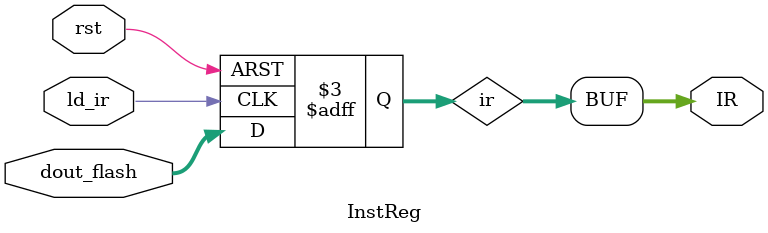
<source format=v>
`timescale 1ns / 1ps


module InstReg(
    input wire rst,
    input wire ld_ir,
    input wire [31:0] dout_flash,
    
    output wire [31:0] IR
    );
    
    reg [31:0] ir;
    
    initial begin
        ir <= 32'd0; 
    end
    
    // ===================================================================
                      /* ---- Output Assign ----*/
    assign IR = ir;
    
    // ===================================================================
                       /* ---- Update IR ---- */
    always @(negedge ld_ir  or posedge rst) begin
        
        if (rst)begin
                ir <= 32'd0;
        end 
        else begin
            ir = dout_flash;
        end
    end
    
endmodule

</source>
